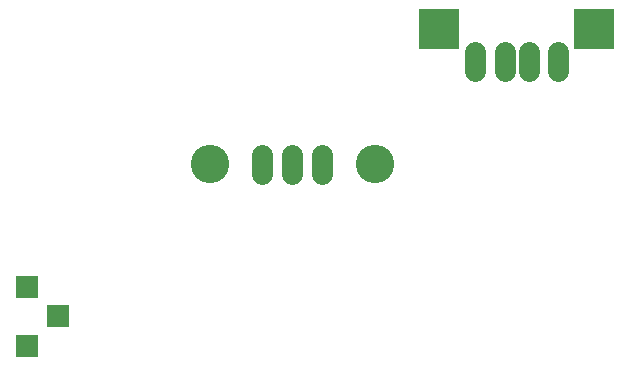
<source format=gbs>
G75*
%MOIN*%
%OFA0B0*%
%FSLAX25Y25*%
%IPPOS*%
%LPD*%
%AMOC8*
5,1,8,0,0,1.08239X$1,22.5*
%
%ADD10C,0.12805*%
%ADD11C,0.06937*%
%ADD12R,0.13655X0.13655*%
%ADD13R,0.07724X0.07724*%
D10*
X0150999Y0086093D03*
X0206117Y0086093D03*
D11*
X0188558Y0082924D02*
X0188558Y0089261D01*
X0178558Y0089261D02*
X0178558Y0082924D01*
X0168558Y0082924D02*
X0168558Y0089261D01*
X0239582Y0117373D02*
X0239582Y0123710D01*
X0249424Y0123710D02*
X0249424Y0117373D01*
X0257298Y0117373D02*
X0257298Y0123710D01*
X0267141Y0123710D02*
X0267141Y0117373D01*
D12*
X0279227Y0131211D03*
X0227495Y0131211D03*
D13*
X0089975Y0025659D03*
X0100605Y0035502D03*
X0089975Y0045344D03*
M02*

</source>
